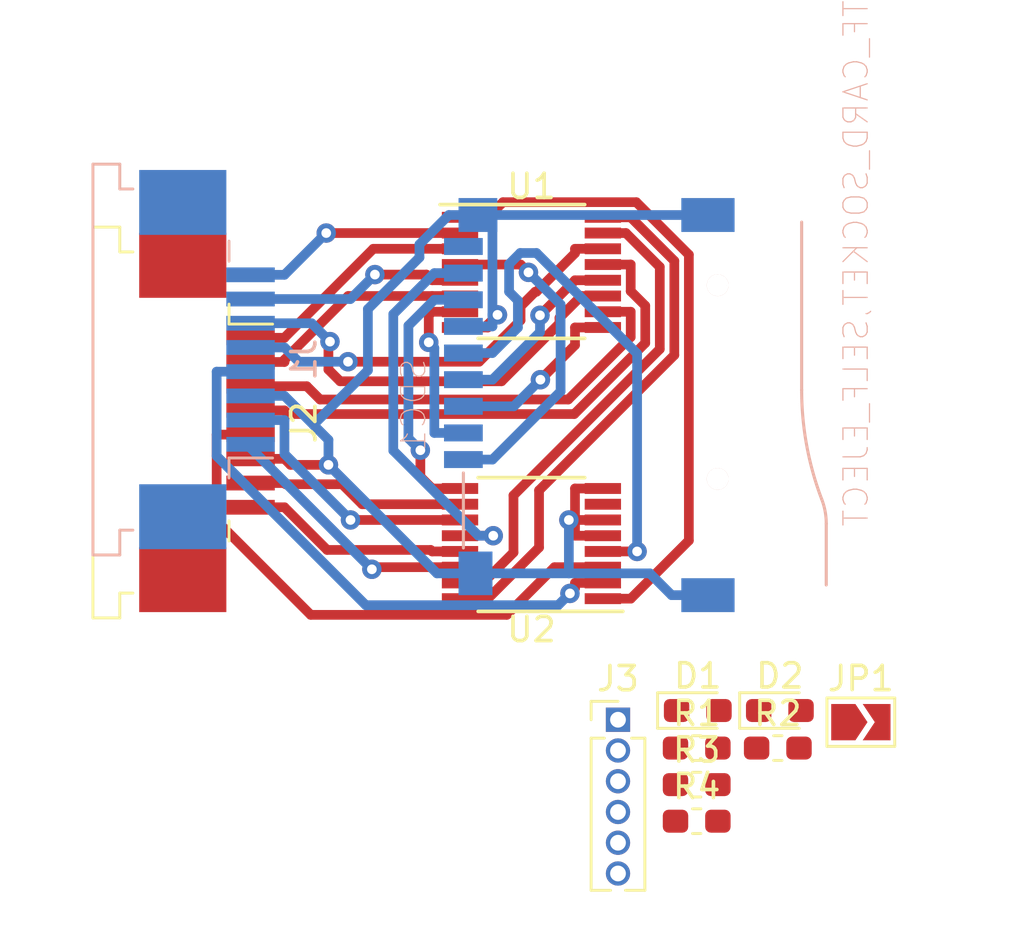
<source format=kicad_pcb>
(kicad_pcb (version 20171130) (host pcbnew 5.0.2-bee76a0~70~ubuntu18.04.1)

  (general
    (thickness 1.6)
    (drawings 0)
    (tracks 209)
    (zones 0)
    (modules 13)
    (nets 34)
  )

  (page A4)
  (layers
    (0 F.Cu signal)
    (31 B.Cu signal)
    (32 B.Adhes user)
    (33 F.Adhes user)
    (34 B.Paste user)
    (35 F.Paste user)
    (36 B.SilkS user)
    (37 F.SilkS user)
    (38 B.Mask user)
    (39 F.Mask user)
    (40 Dwgs.User user hide)
    (41 Cmts.User user)
    (42 Eco1.User user)
    (43 Eco2.User user)
    (44 Edge.Cuts user)
    (45 Margin user)
    (46 B.CrtYd user)
    (47 F.CrtYd user)
    (48 B.Fab user)
    (49 F.Fab user)
  )

  (setup
    (last_trace_width 0.4)
    (trace_clearance 0.2)
    (zone_clearance 0.508)
    (zone_45_only no)
    (trace_min 0.2)
    (segment_width 0.2)
    (edge_width 0.15)
    (via_size 0.8)
    (via_drill 0.4)
    (via_min_size 0.4)
    (via_min_drill 0.3)
    (uvia_size 0.3)
    (uvia_drill 0.1)
    (uvias_allowed no)
    (uvia_min_size 0.2)
    (uvia_min_drill 0.1)
    (pcb_text_width 0.3)
    (pcb_text_size 1.5 1.5)
    (mod_edge_width 0.15)
    (mod_text_size 1 1)
    (mod_text_width 0.15)
    (pad_size 1.524 1.524)
    (pad_drill 0.762)
    (pad_to_mask_clearance 0.051)
    (solder_mask_min_width 0.25)
    (aux_axis_origin 0 0)
    (visible_elements FFFFFF7F)
    (pcbplotparams
      (layerselection 0x010fc_ffffffff)
      (usegerberextensions false)
      (usegerberattributes false)
      (usegerberadvancedattributes false)
      (creategerberjobfile false)
      (excludeedgelayer true)
      (linewidth 0.100000)
      (plotframeref false)
      (viasonmask false)
      (mode 1)
      (useauxorigin false)
      (hpglpennumber 1)
      (hpglpenspeed 20)
      (hpglpendiameter 15.000000)
      (psnegative false)
      (psa4output false)
      (plotreference true)
      (plotvalue true)
      (plotinvisibletext false)
      (padsonsilk false)
      (subtractmaskfromsilk false)
      (outputformat 1)
      (mirror false)
      (drillshape 1)
      (scaleselection 1)
      (outputdirectory ""))
  )

  (net 0 "")
  (net 1 /DAT2-Y)
  (net 2 /DAT3-Y)
  (net 3 /CMD-Y)
  (net 4 /VDD-Y)
  (net 5 /CLK-Y)
  (net 6 GND)
  (net 7 /DAT0-Y)
  (net 8 /DAT1-Y)
  (net 9 "Net-(SDC1-Pad9)")
  (net 10 /HOSTSELECT)
  (net 11 "Net-(D1-Pad2)")
  (net 12 VCC)
  (net 13 /OE)
  (net 14 /DAT1-A)
  (net 15 /DAT1-B)
  (net 16 /DAT0-A)
  (net 17 /DAT0-B)
  (net 18 /CLK-B)
  (net 19 /CLK-A)
  (net 20 /DAT3-A)
  (net 21 /DAT3-B)
  (net 22 /DAT2-A)
  (net 23 /DAT2-B)
  (net 24 /CMD-B)
  (net 25 /CMD-A)
  (net 26 /VDD-B)
  (net 27 /VDD-A)
  (net 28 +5V)
  (net 29 "Net-(D2-Pad2)")
  (net 30 "Net-(J3-Pad4)")
  (net 31 "Net-(J3-Pad5)")
  (net 32 "Net-(J3-Pad6)")
  (net 33 "Net-(U2-Pad7)")

  (net_class Default "This is the default net class."
    (clearance 0.2)
    (trace_width 0.4)
    (via_dia 0.8)
    (via_drill 0.4)
    (uvia_dia 0.3)
    (uvia_drill 0.1)
    (add_net /CLK-A)
    (add_net /CLK-B)
    (add_net /CLK-Y)
    (add_net /CMD-A)
    (add_net /CMD-B)
    (add_net /CMD-Y)
    (add_net /DAT0-A)
    (add_net /DAT0-B)
    (add_net /DAT0-Y)
    (add_net /DAT1-A)
    (add_net /DAT1-B)
    (add_net /DAT1-Y)
    (add_net /DAT2-A)
    (add_net /DAT2-B)
    (add_net /DAT2-Y)
    (add_net /DAT3-A)
    (add_net /DAT3-B)
    (add_net /DAT3-Y)
    (add_net /HOSTSELECT)
    (add_net /OE)
    (add_net /VDD-A)
    (add_net /VDD-B)
    (add_net /VDD-Y)
    (add_net GND)
    (add_net "Net-(D1-Pad2)")
    (add_net "Net-(D2-Pad2)")
    (add_net "Net-(J3-Pad4)")
    (add_net "Net-(J3-Pad5)")
    (add_net "Net-(J3-Pad6)")
    (add_net "Net-(SDC1-Pad9)")
    (add_net "Net-(U2-Pad7)")
  )

  (net_class .75 ""
    (clearance 0.2)
    (trace_width 0.4)
    (via_dia 0.8)
    (via_drill 0.4)
    (uvia_dia 0.3)
    (uvia_drill 0.1)
    (add_net +5V)
    (add_net VCC)
  )

  (module Connector_FFC-FPC:TE_84952-8_1x08-1MP_P1.0mm_Horizontal (layer F.Cu) (tedit 5AEE14E3) (tstamp 5C18745E)
    (at 57.6 32 270)
    (descr "TE FPC connector, 08 bottom-side contacts, 1.0mm pitch, 1.0mm height, SMT, http://www.te.com/commerce/DocumentDelivery/DDEController?Action=srchrtrv&DocNm=84952&DocType=Customer+Drawing&DocLang=English&DocFormat=pdf&PartCntxt=84952-4")
    (tags "te fpc 84952")
    (path /5C144617)
    (attr smd)
    (fp_text reference J2 (at 0 -4 270) (layer F.SilkS)
      (effects (font (size 1 1) (thickness 0.15)))
    )
    (fp_text value TO_PC (at 0 7.7 270) (layer F.Fab)
      (effects (font (size 1 1) (thickness 0.15)))
    )
    (fp_text user %R (at 0 1.9 270) (layer F.Fab)
      (effects (font (size 1 1) (thickness 0.15)))
    )
    (fp_line (start 8.46 -3.3) (end -8.46 -3.3) (layer F.CrtYd) (width 0.05))
    (fp_line (start 8.46 7) (end 8.46 -3.3) (layer F.CrtYd) (width 0.05))
    (fp_line (start -8.46 7) (end 8.46 7) (layer F.CrtYd) (width 0.05))
    (fp_line (start -8.46 -3.3) (end -8.46 7) (layer F.CrtYd) (width 0.05))
    (fp_line (start 4.065 -0.91) (end 4.89 -0.91) (layer F.SilkS) (width 0.12))
    (fp_line (start -4.065 -0.91) (end -4.065 -2.71) (layer F.SilkS) (width 0.12))
    (fp_line (start -4.89 -0.91) (end -4.065 -0.91) (layer F.SilkS) (width 0.12))
    (fp_line (start -7.045 3.6) (end -7.045 3.06) (layer F.SilkS) (width 0.12))
    (fp_line (start -8.07 3.6) (end -7.045 3.6) (layer F.SilkS) (width 0.12))
    (fp_line (start -8.07 4.71) (end -8.07 3.6) (layer F.SilkS) (width 0.12))
    (fp_line (start 8.07 4.71) (end -8.07 4.71) (layer F.SilkS) (width 0.12))
    (fp_line (start 8.07 3.6) (end 8.07 4.71) (layer F.SilkS) (width 0.12))
    (fp_line (start 7.045 3.6) (end 8.07 3.6) (layer F.SilkS) (width 0.12))
    (fp_line (start 7.045 3.06) (end 7.045 3.6) (layer F.SilkS) (width 0.12))
    (fp_line (start -6.935 5.61) (end -6.935 4.6) (layer F.Fab) (width 0.1))
    (fp_line (start -7.96 5.61) (end -6.935 5.61) (layer F.Fab) (width 0.1))
    (fp_line (start -7.96 6.5) (end -7.96 5.61) (layer F.Fab) (width 0.1))
    (fp_line (start 7.96 6.5) (end -7.96 6.5) (layer F.Fab) (width 0.1))
    (fp_line (start 7.96 5.61) (end 7.96 6.5) (layer F.Fab) (width 0.1))
    (fp_line (start 6.935 5.61) (end 7.96 5.61) (layer F.Fab) (width 0.1))
    (fp_line (start 6.935 4.6) (end 6.935 5.61) (layer F.Fab) (width 0.1))
    (fp_line (start -3.5 0.2) (end -3 -0.8) (layer F.Fab) (width 0.1))
    (fp_line (start -4 -0.8) (end -3.5 0.2) (layer F.Fab) (width 0.1))
    (fp_line (start -6.935 3.71) (end -6.935 -0.8) (layer F.Fab) (width 0.1))
    (fp_line (start -7.96 3.71) (end -6.935 3.71) (layer F.Fab) (width 0.1))
    (fp_line (start -7.96 4.6) (end -7.96 3.71) (layer F.Fab) (width 0.1))
    (fp_line (start 7.96 4.6) (end -7.96 4.6) (layer F.Fab) (width 0.1))
    (fp_line (start 7.96 3.71) (end 7.96 4.6) (layer F.Fab) (width 0.1))
    (fp_line (start 6.935 3.71) (end 7.96 3.71) (layer F.Fab) (width 0.1))
    (fp_line (start 6.935 -0.8) (end 6.935 3.71) (layer F.Fab) (width 0.1))
    (fp_line (start -6.935 -0.8) (end 6.935 -0.8) (layer F.Fab) (width 0.1))
    (pad MP smd rect (at 6.49 1 270) (size 2.68 3.6) (layers F.Cu F.Paste F.Mask))
    (pad MP smd rect (at -6.49 1 270) (size 2.68 3.6) (layers F.Cu F.Paste F.Mask))
    (pad 8 smd rect (at 3.5 -1.8 270) (size 0.61 2) (layers F.Cu F.Paste F.Mask)
      (net 15 /DAT1-B))
    (pad 7 smd rect (at 2.5 -1.8 270) (size 0.61 2) (layers F.Cu F.Paste F.Mask)
      (net 17 /DAT0-B))
    (pad 6 smd rect (at 1.5 -1.8 270) (size 0.61 2) (layers F.Cu F.Paste F.Mask)
      (net 6 GND))
    (pad 5 smd rect (at 0.5 -1.8 270) (size 0.61 2) (layers F.Cu F.Paste F.Mask)
      (net 18 /CLK-B))
    (pad 4 smd rect (at -0.5 -1.8 270) (size 0.61 2) (layers F.Cu F.Paste F.Mask)
      (net 26 /VDD-B))
    (pad 3 smd rect (at -1.5 -1.8 270) (size 0.61 2) (layers F.Cu F.Paste F.Mask)
      (net 24 /CMD-B))
    (pad 2 smd rect (at -2.5 -1.8 270) (size 0.61 2) (layers F.Cu F.Paste F.Mask)
      (net 21 /DAT3-B))
    (pad 1 smd rect (at -3.5 -1.8 270) (size 0.61 2) (layers F.Cu F.Paste F.Mask)
      (net 23 /DAT2-B))
    (model ${KISYS3DMOD}/Connector_FFC-FPC.3dshapes/TE_84952-8_1x08-1MP_P1.0mm_Horizontal.wrl
      (at (xyz 0 0 0))
      (scale (xyz 1 1 1))
      (rotate (xyz 0 0 0))
    )
  )

  (module Connector_FFC-FPC:TE_84952-8_1x08-1MP_P1.0mm_Horizontal (layer B.Cu) (tedit 5AEE14E3) (tstamp 5C187360)
    (at 57.6 29.4 90)
    (descr "TE FPC connector, 08 bottom-side contacts, 1.0mm pitch, 1.0mm height, SMT, http://www.te.com/commerce/DocumentDelivery/DDEController?Action=srchrtrv&DocNm=84952&DocType=Customer+Drawing&DocLang=English&DocFormat=pdf&PartCntxt=84952-4")
    (tags "te fpc 84952")
    (path /5C144389)
    (attr smd)
    (fp_text reference J1 (at 0 4 90) (layer B.SilkS)
      (effects (font (size 1 1) (thickness 0.15)) (justify mirror))
    )
    (fp_text value TO_DUT (at 0 -7.7 90) (layer B.Fab)
      (effects (font (size 1 1) (thickness 0.15)) (justify mirror))
    )
    (fp_text user %R (at 0 -1.9 90) (layer B.Fab)
      (effects (font (size 1 1) (thickness 0.15)) (justify mirror))
    )
    (fp_line (start 8.46 3.3) (end -8.46 3.3) (layer B.CrtYd) (width 0.05))
    (fp_line (start 8.46 -7) (end 8.46 3.3) (layer B.CrtYd) (width 0.05))
    (fp_line (start -8.46 -7) (end 8.46 -7) (layer B.CrtYd) (width 0.05))
    (fp_line (start -8.46 3.3) (end -8.46 -7) (layer B.CrtYd) (width 0.05))
    (fp_line (start 4.065 0.91) (end 4.89 0.91) (layer B.SilkS) (width 0.12))
    (fp_line (start -4.065 0.91) (end -4.065 2.71) (layer B.SilkS) (width 0.12))
    (fp_line (start -4.89 0.91) (end -4.065 0.91) (layer B.SilkS) (width 0.12))
    (fp_line (start -7.045 -3.6) (end -7.045 -3.06) (layer B.SilkS) (width 0.12))
    (fp_line (start -8.07 -3.6) (end -7.045 -3.6) (layer B.SilkS) (width 0.12))
    (fp_line (start -8.07 -4.71) (end -8.07 -3.6) (layer B.SilkS) (width 0.12))
    (fp_line (start 8.07 -4.71) (end -8.07 -4.71) (layer B.SilkS) (width 0.12))
    (fp_line (start 8.07 -3.6) (end 8.07 -4.71) (layer B.SilkS) (width 0.12))
    (fp_line (start 7.045 -3.6) (end 8.07 -3.6) (layer B.SilkS) (width 0.12))
    (fp_line (start 7.045 -3.06) (end 7.045 -3.6) (layer B.SilkS) (width 0.12))
    (fp_line (start -6.935 -5.61) (end -6.935 -4.6) (layer B.Fab) (width 0.1))
    (fp_line (start -7.96 -5.61) (end -6.935 -5.61) (layer B.Fab) (width 0.1))
    (fp_line (start -7.96 -6.5) (end -7.96 -5.61) (layer B.Fab) (width 0.1))
    (fp_line (start 7.96 -6.5) (end -7.96 -6.5) (layer B.Fab) (width 0.1))
    (fp_line (start 7.96 -5.61) (end 7.96 -6.5) (layer B.Fab) (width 0.1))
    (fp_line (start 6.935 -5.61) (end 7.96 -5.61) (layer B.Fab) (width 0.1))
    (fp_line (start 6.935 -4.6) (end 6.935 -5.61) (layer B.Fab) (width 0.1))
    (fp_line (start -3.5 -0.2) (end -3 0.8) (layer B.Fab) (width 0.1))
    (fp_line (start -4 0.8) (end -3.5 -0.2) (layer B.Fab) (width 0.1))
    (fp_line (start -6.935 -3.71) (end -6.935 0.8) (layer B.Fab) (width 0.1))
    (fp_line (start -7.96 -3.71) (end -6.935 -3.71) (layer B.Fab) (width 0.1))
    (fp_line (start -7.96 -4.6) (end -7.96 -3.71) (layer B.Fab) (width 0.1))
    (fp_line (start 7.96 -4.6) (end -7.96 -4.6) (layer B.Fab) (width 0.1))
    (fp_line (start 7.96 -3.71) (end 7.96 -4.6) (layer B.Fab) (width 0.1))
    (fp_line (start 6.935 -3.71) (end 7.96 -3.71) (layer B.Fab) (width 0.1))
    (fp_line (start 6.935 0.8) (end 6.935 -3.71) (layer B.Fab) (width 0.1))
    (fp_line (start -6.935 0.8) (end 6.935 0.8) (layer B.Fab) (width 0.1))
    (pad MP smd rect (at 6.49 -1 90) (size 2.68 3.6) (layers B.Cu B.Paste B.Mask))
    (pad MP smd rect (at -6.49 -1 90) (size 2.68 3.6) (layers B.Cu B.Paste B.Mask))
    (pad 8 smd rect (at 3.5 1.8 90) (size 0.61 2) (layers B.Cu B.Paste B.Mask)
      (net 22 /DAT2-A))
    (pad 7 smd rect (at 2.5 1.8 90) (size 0.61 2) (layers B.Cu B.Paste B.Mask)
      (net 20 /DAT3-A))
    (pad 6 smd rect (at 1.5 1.8 90) (size 0.61 2) (layers B.Cu B.Paste B.Mask)
      (net 25 /CMD-A))
    (pad 5 smd rect (at 0.5 1.8 90) (size 0.61 2) (layers B.Cu B.Paste B.Mask)
      (net 27 /VDD-A))
    (pad 4 smd rect (at -0.5 1.8 90) (size 0.61 2) (layers B.Cu B.Paste B.Mask)
      (net 19 /CLK-A))
    (pad 3 smd rect (at -1.5 1.8 90) (size 0.61 2) (layers B.Cu B.Paste B.Mask)
      (net 6 GND))
    (pad 2 smd rect (at -2.5 1.8 90) (size 0.61 2) (layers B.Cu B.Paste B.Mask)
      (net 16 /DAT0-A))
    (pad 1 smd rect (at -3.5 1.8 90) (size 0.61 2) (layers B.Cu B.Paste B.Mask)
      (net 14 /DAT1-A))
    (model ${KISYS3DMOD}/Connector_FFC-FPC.3dshapes/TE_84952-8_1x08-1MP_P1.0mm_Horizontal.wrl
      (at (xyz 0 0 0))
      (scale (xyz 1 1 1))
      (rotate (xyz 0 0 0))
    )
  )

  (module Connector_PinHeader_1.27mm:PinHeader_1x06_P1.27mm_Vertical (layer F.Cu) (tedit 59FED6E3) (tstamp 5C187041)
    (at 74.575001 44.275001)
    (descr "Through hole straight pin header, 1x06, 1.27mm pitch, single row")
    (tags "Through hole pin header THT 1x06 1.27mm single row")
    (path /5C14BC23)
    (fp_text reference J3 (at 0 -1.695) (layer F.SilkS)
      (effects (font (size 1 1) (thickness 0.15)))
    )
    (fp_text value Conn_01x06 (at 0 8.045) (layer F.Fab)
      (effects (font (size 1 1) (thickness 0.15)))
    )
    (fp_line (start -0.525 -0.635) (end 1.05 -0.635) (layer F.Fab) (width 0.1))
    (fp_line (start 1.05 -0.635) (end 1.05 6.985) (layer F.Fab) (width 0.1))
    (fp_line (start 1.05 6.985) (end -1.05 6.985) (layer F.Fab) (width 0.1))
    (fp_line (start -1.05 6.985) (end -1.05 -0.11) (layer F.Fab) (width 0.1))
    (fp_line (start -1.05 -0.11) (end -0.525 -0.635) (layer F.Fab) (width 0.1))
    (fp_line (start -1.11 7.045) (end -0.30753 7.045) (layer F.SilkS) (width 0.12))
    (fp_line (start 0.30753 7.045) (end 1.11 7.045) (layer F.SilkS) (width 0.12))
    (fp_line (start -1.11 0.76) (end -1.11 7.045) (layer F.SilkS) (width 0.12))
    (fp_line (start 1.11 0.76) (end 1.11 7.045) (layer F.SilkS) (width 0.12))
    (fp_line (start -1.11 0.76) (end -0.563471 0.76) (layer F.SilkS) (width 0.12))
    (fp_line (start 0.563471 0.76) (end 1.11 0.76) (layer F.SilkS) (width 0.12))
    (fp_line (start -1.11 0) (end -1.11 -0.76) (layer F.SilkS) (width 0.12))
    (fp_line (start -1.11 -0.76) (end 0 -0.76) (layer F.SilkS) (width 0.12))
    (fp_line (start -1.55 -1.15) (end -1.55 7.5) (layer F.CrtYd) (width 0.05))
    (fp_line (start -1.55 7.5) (end 1.55 7.5) (layer F.CrtYd) (width 0.05))
    (fp_line (start 1.55 7.5) (end 1.55 -1.15) (layer F.CrtYd) (width 0.05))
    (fp_line (start 1.55 -1.15) (end -1.55 -1.15) (layer F.CrtYd) (width 0.05))
    (fp_text user %R (at 0 3.175 90) (layer F.Fab)
      (effects (font (size 1 1) (thickness 0.15)))
    )
    (pad 1 thru_hole rect (at 0 0) (size 1 1) (drill 0.65) (layers *.Cu *.Mask)
      (net 6 GND))
    (pad 2 thru_hole oval (at 0 1.27) (size 1 1) (drill 0.65) (layers *.Cu *.Mask)
      (net 10 /HOSTSELECT))
    (pad 3 thru_hole oval (at 0 2.54) (size 1 1) (drill 0.65) (layers *.Cu *.Mask)
      (net 12 VCC))
    (pad 4 thru_hole oval (at 0 3.81) (size 1 1) (drill 0.65) (layers *.Cu *.Mask)
      (net 30 "Net-(J3-Pad4)"))
    (pad 5 thru_hole oval (at 0 5.08) (size 1 1) (drill 0.65) (layers *.Cu *.Mask)
      (net 31 "Net-(J3-Pad5)"))
    (pad 6 thru_hole oval (at 0 6.35) (size 1 1) (drill 0.65) (layers *.Cu *.Mask)
      (net 32 "Net-(J3-Pad6)"))
    (model ${KISYS3DMOD}/Connector_PinHeader_1.27mm.3dshapes/PinHeader_1x06_P1.27mm_Vertical.wrl
      (at (xyz 0 0 0))
      (scale (xyz 1 1 1))
      (rotate (xyz 0 0 0))
    )
  )

  (module Jumper:SolderJumper-2_P1.3mm_Open_TrianglePad1.0x1.5mm (layer F.Cu) (tedit 5A64794F) (tstamp 5C187025)
    (at 84.605001 44.375001)
    (descr "SMD Solder Jumper, 1x1.5mm Triangular Pads, 0.3mm gap, open")
    (tags "solder jumper open")
    (path /5C165D90)
    (attr virtual)
    (fp_text reference JP1 (at 0 -1.8) (layer F.SilkS)
      (effects (font (size 1 1) (thickness 0.15)))
    )
    (fp_text value Jumper_NO_Small (at 0 1.9) (layer F.Fab)
      (effects (font (size 1 1) (thickness 0.15)))
    )
    (fp_line (start -1.4 1) (end -1.4 -1) (layer F.SilkS) (width 0.12))
    (fp_line (start 1.4 1) (end -1.4 1) (layer F.SilkS) (width 0.12))
    (fp_line (start 1.4 -1) (end 1.4 1) (layer F.SilkS) (width 0.12))
    (fp_line (start -1.4 -1) (end 1.4 -1) (layer F.SilkS) (width 0.12))
    (fp_line (start -1.65 -1.25) (end 1.65 -1.25) (layer F.CrtYd) (width 0.05))
    (fp_line (start -1.65 -1.25) (end -1.65 1.25) (layer F.CrtYd) (width 0.05))
    (fp_line (start 1.65 1.25) (end 1.65 -1.25) (layer F.CrtYd) (width 0.05))
    (fp_line (start 1.65 1.25) (end -1.65 1.25) (layer F.CrtYd) (width 0.05))
    (pad 2 smd custom (at 0.725 0) (size 0.3 0.3) (layers F.Cu F.Mask)
      (net 12 VCC) (zone_connect 0)
      (options (clearance outline) (anchor rect))
      (primitives
        (gr_poly (pts
           (xy -0.65 -0.75) (xy 0.5 -0.75) (xy 0.5 0.75) (xy -0.65 0.75) (xy -0.15 0)
) (width 0))
      ))
    (pad 1 smd custom (at -0.725 0) (size 0.3 0.3) (layers F.Cu F.Mask)
      (net 28 +5V) (zone_connect 0)
      (options (clearance outline) (anchor rect))
      (primitives
        (gr_poly (pts
           (xy -0.5 -0.75) (xy 0.5 -0.75) (xy 1 0) (xy 0.5 0.75) (xy -0.5 0.75)
) (width 0))
      ))
  )

  (module LED_SMD:LED_0603_1608Metric_Pad1.05x0.95mm_HandSolder (layer F.Cu) (tedit 5B4B45C9) (tstamp 5C187017)
    (at 81.260001 43.895001)
    (descr "LED SMD 0603 (1608 Metric), square (rectangular) end terminal, IPC_7351 nominal, (Body size source: http://www.tortai-tech.com/upload/download/2011102023233369053.pdf), generated with kicad-footprint-generator")
    (tags "LED handsolder")
    (path /5C158A7C)
    (attr smd)
    (fp_text reference D2 (at 0 -1.43) (layer F.SilkS)
      (effects (font (size 1 1) (thickness 0.15)))
    )
    (fp_text value LED_GREEN,0603 (at 0 1.43) (layer F.Fab)
      (effects (font (size 1 1) (thickness 0.15)))
    )
    (fp_text user %R (at 0 0) (layer F.Fab)
      (effects (font (size 0.4 0.4) (thickness 0.06)))
    )
    (fp_line (start 1.65 0.73) (end -1.65 0.73) (layer F.CrtYd) (width 0.05))
    (fp_line (start 1.65 -0.73) (end 1.65 0.73) (layer F.CrtYd) (width 0.05))
    (fp_line (start -1.65 -0.73) (end 1.65 -0.73) (layer F.CrtYd) (width 0.05))
    (fp_line (start -1.65 0.73) (end -1.65 -0.73) (layer F.CrtYd) (width 0.05))
    (fp_line (start -1.66 0.735) (end 0.8 0.735) (layer F.SilkS) (width 0.12))
    (fp_line (start -1.66 -0.735) (end -1.66 0.735) (layer F.SilkS) (width 0.12))
    (fp_line (start 0.8 -0.735) (end -1.66 -0.735) (layer F.SilkS) (width 0.12))
    (fp_line (start 0.8 0.4) (end 0.8 -0.4) (layer F.Fab) (width 0.1))
    (fp_line (start -0.8 0.4) (end 0.8 0.4) (layer F.Fab) (width 0.1))
    (fp_line (start -0.8 -0.1) (end -0.8 0.4) (layer F.Fab) (width 0.1))
    (fp_line (start -0.5 -0.4) (end -0.8 -0.1) (layer F.Fab) (width 0.1))
    (fp_line (start 0.8 -0.4) (end -0.5 -0.4) (layer F.Fab) (width 0.1))
    (pad 2 smd roundrect (at 0.875 0) (size 1.05 0.95) (layers F.Cu F.Paste F.Mask) (roundrect_rratio 0.25)
      (net 29 "Net-(D2-Pad2)"))
    (pad 1 smd roundrect (at -0.875 0) (size 1.05 0.95) (layers F.Cu F.Paste F.Mask) (roundrect_rratio 0.25)
      (net 6 GND))
    (model ${KISYS3DMOD}/LED_SMD.3dshapes/LED_0603_1608Metric.wrl
      (at (xyz 0 0 0))
      (scale (xyz 1 1 1))
      (rotate (xyz 0 0 0))
    )
  )

  (module LED_SMD:LED_0603_1608Metric_Pad1.05x0.95mm_HandSolder (layer F.Cu) (tedit 5B4B45C9) (tstamp 5C187004)
    (at 77.870001 43.895001)
    (descr "LED SMD 0603 (1608 Metric), square (rectangular) end terminal, IPC_7351 nominal, (Body size source: http://www.tortai-tech.com/upload/download/2011102023233369053.pdf), generated with kicad-footprint-generator")
    (tags "LED handsolder")
    (path /5C15D69B)
    (attr smd)
    (fp_text reference D1 (at 0 -1.43) (layer F.SilkS)
      (effects (font (size 1 1) (thickness 0.15)))
    )
    (fp_text value LED_ORANGE,0603 (at 0 1.43) (layer F.Fab)
      (effects (font (size 1 1) (thickness 0.15)))
    )
    (fp_line (start 0.8 -0.4) (end -0.5 -0.4) (layer F.Fab) (width 0.1))
    (fp_line (start -0.5 -0.4) (end -0.8 -0.1) (layer F.Fab) (width 0.1))
    (fp_line (start -0.8 -0.1) (end -0.8 0.4) (layer F.Fab) (width 0.1))
    (fp_line (start -0.8 0.4) (end 0.8 0.4) (layer F.Fab) (width 0.1))
    (fp_line (start 0.8 0.4) (end 0.8 -0.4) (layer F.Fab) (width 0.1))
    (fp_line (start 0.8 -0.735) (end -1.66 -0.735) (layer F.SilkS) (width 0.12))
    (fp_line (start -1.66 -0.735) (end -1.66 0.735) (layer F.SilkS) (width 0.12))
    (fp_line (start -1.66 0.735) (end 0.8 0.735) (layer F.SilkS) (width 0.12))
    (fp_line (start -1.65 0.73) (end -1.65 -0.73) (layer F.CrtYd) (width 0.05))
    (fp_line (start -1.65 -0.73) (end 1.65 -0.73) (layer F.CrtYd) (width 0.05))
    (fp_line (start 1.65 -0.73) (end 1.65 0.73) (layer F.CrtYd) (width 0.05))
    (fp_line (start 1.65 0.73) (end -1.65 0.73) (layer F.CrtYd) (width 0.05))
    (fp_text user %R (at 0 0) (layer F.Fab)
      (effects (font (size 0.4 0.4) (thickness 0.06)))
    )
    (pad 1 smd roundrect (at -0.875 0) (size 1.05 0.95) (layers F.Cu F.Paste F.Mask) (roundrect_rratio 0.25)
      (net 6 GND))
    (pad 2 smd roundrect (at 0.875 0) (size 1.05 0.95) (layers F.Cu F.Paste F.Mask) (roundrect_rratio 0.25)
      (net 11 "Net-(D1-Pad2)"))
    (model ${KISYS3DMOD}/LED_SMD.3dshapes/LED_0603_1608Metric.wrl
      (at (xyz 0 0 0))
      (scale (xyz 1 1 1))
      (rotate (xyz 0 0 0))
    )
  )

  (module Resistor_SMD:R_0603_1608Metric_Pad1.05x0.95mm_HandSolder (layer F.Cu) (tedit 5B301BBD) (tstamp 5C186F75)
    (at 77.825001 48.465001)
    (descr "Resistor SMD 0603 (1608 Metric), square (rectangular) end terminal, IPC_7351 nominal with elongated pad for handsoldering. (Body size source: http://www.tortai-tech.com/upload/download/2011102023233369053.pdf), generated with kicad-footprint-generator")
    (tags "resistor handsolder")
    (path /5C150B45)
    (attr smd)
    (fp_text reference R4 (at 0 -1.43) (layer F.SilkS)
      (effects (font (size 1 1) (thickness 0.15)))
    )
    (fp_text value R103,0603 (at 0 1.43) (layer F.Fab)
      (effects (font (size 1 1) (thickness 0.15)))
    )
    (fp_text user %R (at 0 0) (layer F.Fab)
      (effects (font (size 0.4 0.4) (thickness 0.06)))
    )
    (fp_line (start 1.65 0.73) (end -1.65 0.73) (layer F.CrtYd) (width 0.05))
    (fp_line (start 1.65 -0.73) (end 1.65 0.73) (layer F.CrtYd) (width 0.05))
    (fp_line (start -1.65 -0.73) (end 1.65 -0.73) (layer F.CrtYd) (width 0.05))
    (fp_line (start -1.65 0.73) (end -1.65 -0.73) (layer F.CrtYd) (width 0.05))
    (fp_line (start -0.171267 0.51) (end 0.171267 0.51) (layer F.SilkS) (width 0.12))
    (fp_line (start -0.171267 -0.51) (end 0.171267 -0.51) (layer F.SilkS) (width 0.12))
    (fp_line (start 0.8 0.4) (end -0.8 0.4) (layer F.Fab) (width 0.1))
    (fp_line (start 0.8 -0.4) (end 0.8 0.4) (layer F.Fab) (width 0.1))
    (fp_line (start -0.8 -0.4) (end 0.8 -0.4) (layer F.Fab) (width 0.1))
    (fp_line (start -0.8 0.4) (end -0.8 -0.4) (layer F.Fab) (width 0.1))
    (pad 2 smd roundrect (at 0.875 0) (size 1.05 0.95) (layers F.Cu F.Paste F.Mask) (roundrect_rratio 0.25)
      (net 13 /OE))
    (pad 1 smd roundrect (at -0.875 0) (size 1.05 0.95) (layers F.Cu F.Paste F.Mask) (roundrect_rratio 0.25)
      (net 6 GND))
    (model ${KISYS3DMOD}/Resistor_SMD.3dshapes/R_0603_1608Metric.wrl
      (at (xyz 0 0 0))
      (scale (xyz 1 1 1))
      (rotate (xyz 0 0 0))
    )
  )

  (module Resistor_SMD:R_0603_1608Metric_Pad1.05x0.95mm_HandSolder (layer F.Cu) (tedit 5B301BBD) (tstamp 5C186F64)
    (at 77.825001 46.955001)
    (descr "Resistor SMD 0603 (1608 Metric), square (rectangular) end terminal, IPC_7351 nominal with elongated pad for handsoldering. (Body size source: http://www.tortai-tech.com/upload/download/2011102023233369053.pdf), generated with kicad-footprint-generator")
    (tags "resistor handsolder")
    (path /5C150B0B)
    (attr smd)
    (fp_text reference R3 (at 0 -1.43) (layer F.SilkS)
      (effects (font (size 1 1) (thickness 0.15)))
    )
    (fp_text value R103,0603 (at 0 1.43) (layer F.Fab)
      (effects (font (size 1 1) (thickness 0.15)))
    )
    (fp_line (start -0.8 0.4) (end -0.8 -0.4) (layer F.Fab) (width 0.1))
    (fp_line (start -0.8 -0.4) (end 0.8 -0.4) (layer F.Fab) (width 0.1))
    (fp_line (start 0.8 -0.4) (end 0.8 0.4) (layer F.Fab) (width 0.1))
    (fp_line (start 0.8 0.4) (end -0.8 0.4) (layer F.Fab) (width 0.1))
    (fp_line (start -0.171267 -0.51) (end 0.171267 -0.51) (layer F.SilkS) (width 0.12))
    (fp_line (start -0.171267 0.51) (end 0.171267 0.51) (layer F.SilkS) (width 0.12))
    (fp_line (start -1.65 0.73) (end -1.65 -0.73) (layer F.CrtYd) (width 0.05))
    (fp_line (start -1.65 -0.73) (end 1.65 -0.73) (layer F.CrtYd) (width 0.05))
    (fp_line (start 1.65 -0.73) (end 1.65 0.73) (layer F.CrtYd) (width 0.05))
    (fp_line (start 1.65 0.73) (end -1.65 0.73) (layer F.CrtYd) (width 0.05))
    (fp_text user %R (at 0 0) (layer F.Fab)
      (effects (font (size 0.4 0.4) (thickness 0.06)))
    )
    (pad 1 smd roundrect (at -0.875 0) (size 1.05 0.95) (layers F.Cu F.Paste F.Mask) (roundrect_rratio 0.25)
      (net 10 /HOSTSELECT))
    (pad 2 smd roundrect (at 0.875 0) (size 1.05 0.95) (layers F.Cu F.Paste F.Mask) (roundrect_rratio 0.25)
      (net 6 GND))
    (model ${KISYS3DMOD}/Resistor_SMD.3dshapes/R_0603_1608Metric.wrl
      (at (xyz 0 0 0))
      (scale (xyz 1 1 1))
      (rotate (xyz 0 0 0))
    )
  )

  (module Resistor_SMD:R_0603_1608Metric_Pad1.05x0.95mm_HandSolder (layer F.Cu) (tedit 5B301BBD) (tstamp 5C186F53)
    (at 81.175001 45.445001)
    (descr "Resistor SMD 0603 (1608 Metric), square (rectangular) end terminal, IPC_7351 nominal with elongated pad for handsoldering. (Body size source: http://www.tortai-tech.com/upload/download/2011102023233369053.pdf), generated with kicad-footprint-generator")
    (tags "resistor handsolder")
    (path /5C158909)
    (attr smd)
    (fp_text reference R2 (at 0 -1.43) (layer F.SilkS)
      (effects (font (size 1 1) (thickness 0.15)))
    )
    (fp_text value R102,0603 (at 0 1.43) (layer F.Fab)
      (effects (font (size 1 1) (thickness 0.15)))
    )
    (fp_text user %R (at 0 0) (layer F.Fab)
      (effects (font (size 0.4 0.4) (thickness 0.06)))
    )
    (fp_line (start 1.65 0.73) (end -1.65 0.73) (layer F.CrtYd) (width 0.05))
    (fp_line (start 1.65 -0.73) (end 1.65 0.73) (layer F.CrtYd) (width 0.05))
    (fp_line (start -1.65 -0.73) (end 1.65 -0.73) (layer F.CrtYd) (width 0.05))
    (fp_line (start -1.65 0.73) (end -1.65 -0.73) (layer F.CrtYd) (width 0.05))
    (fp_line (start -0.171267 0.51) (end 0.171267 0.51) (layer F.SilkS) (width 0.12))
    (fp_line (start -0.171267 -0.51) (end 0.171267 -0.51) (layer F.SilkS) (width 0.12))
    (fp_line (start 0.8 0.4) (end -0.8 0.4) (layer F.Fab) (width 0.1))
    (fp_line (start 0.8 -0.4) (end 0.8 0.4) (layer F.Fab) (width 0.1))
    (fp_line (start -0.8 -0.4) (end 0.8 -0.4) (layer F.Fab) (width 0.1))
    (fp_line (start -0.8 0.4) (end -0.8 -0.4) (layer F.Fab) (width 0.1))
    (pad 2 smd roundrect (at 0.875 0) (size 1.05 0.95) (layers F.Cu F.Paste F.Mask) (roundrect_rratio 0.25)
      (net 29 "Net-(D2-Pad2)"))
    (pad 1 smd roundrect (at -0.875 0) (size 1.05 0.95) (layers F.Cu F.Paste F.Mask) (roundrect_rratio 0.25)
      (net 12 VCC))
    (model ${KISYS3DMOD}/Resistor_SMD.3dshapes/R_0603_1608Metric.wrl
      (at (xyz 0 0 0))
      (scale (xyz 1 1 1))
      (rotate (xyz 0 0 0))
    )
  )

  (module Resistor_SMD:R_0603_1608Metric_Pad1.05x0.95mm_HandSolder (layer F.Cu) (tedit 5B301BBD) (tstamp 5C186F42)
    (at 77.825001 45.445001)
    (descr "Resistor SMD 0603 (1608 Metric), square (rectangular) end terminal, IPC_7351 nominal with elongated pad for handsoldering. (Body size source: http://www.tortai-tech.com/upload/download/2011102023233369053.pdf), generated with kicad-footprint-generator")
    (tags "resistor handsolder")
    (path /5C15D494)
    (attr smd)
    (fp_text reference R1 (at 0 -1.43) (layer F.SilkS)
      (effects (font (size 1 1) (thickness 0.15)))
    )
    (fp_text value R102,0603 (at 0 1.43) (layer F.Fab)
      (effects (font (size 1 1) (thickness 0.15)))
    )
    (fp_line (start -0.8 0.4) (end -0.8 -0.4) (layer F.Fab) (width 0.1))
    (fp_line (start -0.8 -0.4) (end 0.8 -0.4) (layer F.Fab) (width 0.1))
    (fp_line (start 0.8 -0.4) (end 0.8 0.4) (layer F.Fab) (width 0.1))
    (fp_line (start 0.8 0.4) (end -0.8 0.4) (layer F.Fab) (width 0.1))
    (fp_line (start -0.171267 -0.51) (end 0.171267 -0.51) (layer F.SilkS) (width 0.12))
    (fp_line (start -0.171267 0.51) (end 0.171267 0.51) (layer F.SilkS) (width 0.12))
    (fp_line (start -1.65 0.73) (end -1.65 -0.73) (layer F.CrtYd) (width 0.05))
    (fp_line (start -1.65 -0.73) (end 1.65 -0.73) (layer F.CrtYd) (width 0.05))
    (fp_line (start 1.65 -0.73) (end 1.65 0.73) (layer F.CrtYd) (width 0.05))
    (fp_line (start 1.65 0.73) (end -1.65 0.73) (layer F.CrtYd) (width 0.05))
    (fp_text user %R (at 0 0) (layer F.Fab)
      (effects (font (size 0.4 0.4) (thickness 0.06)))
    )
    (pad 1 smd roundrect (at -0.875 0) (size 1.05 0.95) (layers F.Cu F.Paste F.Mask) (roundrect_rratio 0.25)
      (net 10 /HOSTSELECT))
    (pad 2 smd roundrect (at 0.875 0) (size 1.05 0.95) (layers F.Cu F.Paste F.Mask) (roundrect_rratio 0.25)
      (net 11 "Net-(D1-Pad2)"))
    (model ${KISYS3DMOD}/Resistor_SMD.3dshapes/R_0603_1608Metric.wrl
      (at (xyz 0 0 0))
      (scale (xyz 1 1 1))
      (rotate (xyz 0 0 0))
    )
  )

  (module Package_SO:TSSOP-16_4.4x5mm_P0.65mm (layer F.Cu) (tedit 5A02F25C) (tstamp 5C169948)
    (at 71 37 180)
    (descr "16-Lead Plastic Thin Shrink Small Outline (ST)-4.4 mm Body [TSSOP] (see Microchip Packaging Specification 00000049BS.pdf)")
    (tags "SSOP 0.65")
    (path /5C144034)
    (attr smd)
    (fp_text reference U2 (at 0 -3.55 180) (layer F.SilkS)
      (effects (font (size 1 1) (thickness 0.15)))
    )
    (fp_text value SN74CBT3257D (at 0 3.55 180) (layer F.Fab)
      (effects (font (size 1 1) (thickness 0.15)))
    )
    (fp_text user %R (at 0 0 180) (layer F.Fab)
      (effects (font (size 0.8 0.8) (thickness 0.15)))
    )
    (fp_line (start -3.775 -2.8) (end 2.2 -2.8) (layer F.SilkS) (width 0.15))
    (fp_line (start -2.2 2.725) (end 2.2 2.725) (layer F.SilkS) (width 0.15))
    (fp_line (start -3.95 2.8) (end 3.95 2.8) (layer F.CrtYd) (width 0.05))
    (fp_line (start -3.95 -2.9) (end 3.95 -2.9) (layer F.CrtYd) (width 0.05))
    (fp_line (start 3.95 -2.9) (end 3.95 2.8) (layer F.CrtYd) (width 0.05))
    (fp_line (start -3.95 -2.9) (end -3.95 2.8) (layer F.CrtYd) (width 0.05))
    (fp_line (start -2.2 -1.5) (end -1.2 -2.5) (layer F.Fab) (width 0.15))
    (fp_line (start -2.2 2.5) (end -2.2 -1.5) (layer F.Fab) (width 0.15))
    (fp_line (start 2.2 2.5) (end -2.2 2.5) (layer F.Fab) (width 0.15))
    (fp_line (start 2.2 -2.5) (end 2.2 2.5) (layer F.Fab) (width 0.15))
    (fp_line (start -1.2 -2.5) (end 2.2 -2.5) (layer F.Fab) (width 0.15))
    (pad 16 smd rect (at 2.95 -2.275 180) (size 1.5 0.45) (layers F.Cu F.Paste F.Mask)
      (net 12 VCC))
    (pad 15 smd rect (at 2.95 -1.625 180) (size 1.5 0.45) (layers F.Cu F.Paste F.Mask)
      (net 13 /OE))
    (pad 14 smd rect (at 2.95 -0.975 180) (size 1.5 0.45) (layers F.Cu F.Paste F.Mask)
      (net 14 /DAT1-A))
    (pad 13 smd rect (at 2.95 -0.325 180) (size 1.5 0.45) (layers F.Cu F.Paste F.Mask)
      (net 15 /DAT1-B))
    (pad 12 smd rect (at 2.95 0.325 180) (size 1.5 0.45) (layers F.Cu F.Paste F.Mask)
      (net 8 /DAT1-Y))
    (pad 11 smd rect (at 2.95 0.975 180) (size 1.5 0.45) (layers F.Cu F.Paste F.Mask)
      (net 16 /DAT0-A))
    (pad 10 smd rect (at 2.95 1.625 180) (size 1.5 0.45) (layers F.Cu F.Paste F.Mask)
      (net 17 /DAT0-B))
    (pad 9 smd rect (at 2.95 2.275 180) (size 1.5 0.45) (layers F.Cu F.Paste F.Mask)
      (net 7 /DAT0-Y))
    (pad 8 smd rect (at -2.95 2.275 180) (size 1.5 0.45) (layers F.Cu F.Paste F.Mask)
      (net 6 GND))
    (pad 7 smd rect (at -2.95 1.625 180) (size 1.5 0.45) (layers F.Cu F.Paste F.Mask)
      (net 33 "Net-(U2-Pad7)"))
    (pad 6 smd rect (at -2.95 0.975 180) (size 1.5 0.45) (layers F.Cu F.Paste F.Mask)
      (net 6 GND))
    (pad 5 smd rect (at -2.95 0.325 180) (size 1.5 0.45) (layers F.Cu F.Paste F.Mask)
      (net 6 GND))
    (pad 4 smd rect (at -2.95 -0.325 180) (size 1.5 0.45) (layers F.Cu F.Paste F.Mask)
      (net 5 /CLK-Y))
    (pad 3 smd rect (at -2.95 -0.975 180) (size 1.5 0.45) (layers F.Cu F.Paste F.Mask)
      (net 18 /CLK-B))
    (pad 2 smd rect (at -2.95 -1.625 180) (size 1.5 0.45) (layers F.Cu F.Paste F.Mask)
      (net 19 /CLK-A))
    (pad 1 smd rect (at -2.95 -2.275 180) (size 1.5 0.45) (layers F.Cu F.Paste F.Mask)
      (net 10 /HOSTSELECT))
    (model ${KISYS3DMOD}/Package_SO.3dshapes/TSSOP-16_4.4x5mm_P0.65mm.wrl
      (at (xyz 0 0 0))
      (scale (xyz 1 1 1))
      (rotate (xyz 0 0 0))
    )
  )

  (module Package_SO:TSSOP-16_4.4x5mm_P0.65mm (layer F.Cu) (tedit 5A02F25C) (tstamp 5C1698EB)
    (at 71 25.8)
    (descr "16-Lead Plastic Thin Shrink Small Outline (ST)-4.4 mm Body [TSSOP] (see Microchip Packaging Specification 00000049BS.pdf)")
    (tags "SSOP 0.65")
    (path /5C14187E)
    (attr smd)
    (fp_text reference U1 (at 0 -3.55) (layer F.SilkS)
      (effects (font (size 1 1) (thickness 0.15)))
    )
    (fp_text value SN74CBT3257D (at 0 3.55) (layer F.Fab)
      (effects (font (size 1 1) (thickness 0.15)))
    )
    (fp_line (start -1.2 -2.5) (end 2.2 -2.5) (layer F.Fab) (width 0.15))
    (fp_line (start 2.2 -2.5) (end 2.2 2.5) (layer F.Fab) (width 0.15))
    (fp_line (start 2.2 2.5) (end -2.2 2.5) (layer F.Fab) (width 0.15))
    (fp_line (start -2.2 2.5) (end -2.2 -1.5) (layer F.Fab) (width 0.15))
    (fp_line (start -2.2 -1.5) (end -1.2 -2.5) (layer F.Fab) (width 0.15))
    (fp_line (start -3.95 -2.9) (end -3.95 2.8) (layer F.CrtYd) (width 0.05))
    (fp_line (start 3.95 -2.9) (end 3.95 2.8) (layer F.CrtYd) (width 0.05))
    (fp_line (start -3.95 -2.9) (end 3.95 -2.9) (layer F.CrtYd) (width 0.05))
    (fp_line (start -3.95 2.8) (end 3.95 2.8) (layer F.CrtYd) (width 0.05))
    (fp_line (start -2.2 2.725) (end 2.2 2.725) (layer F.SilkS) (width 0.15))
    (fp_line (start -3.775 -2.8) (end 2.2 -2.8) (layer F.SilkS) (width 0.15))
    (fp_text user %R (at 0 0) (layer F.Fab)
      (effects (font (size 0.8 0.8) (thickness 0.15)))
    )
    (pad 1 smd rect (at -2.95 -2.275) (size 1.5 0.45) (layers F.Cu F.Paste F.Mask)
      (net 10 /HOSTSELECT))
    (pad 2 smd rect (at -2.95 -1.625) (size 1.5 0.45) (layers F.Cu F.Paste F.Mask)
      (net 22 /DAT2-A))
    (pad 3 smd rect (at -2.95 -0.975) (size 1.5 0.45) (layers F.Cu F.Paste F.Mask)
      (net 23 /DAT2-B))
    (pad 4 smd rect (at -2.95 -0.325) (size 1.5 0.45) (layers F.Cu F.Paste F.Mask)
      (net 1 /DAT2-Y))
    (pad 5 smd rect (at -2.95 0.325) (size 1.5 0.45) (layers F.Cu F.Paste F.Mask)
      (net 20 /DAT3-A))
    (pad 6 smd rect (at -2.95 0.975) (size 1.5 0.45) (layers F.Cu F.Paste F.Mask)
      (net 21 /DAT3-B))
    (pad 7 smd rect (at -2.95 1.625) (size 1.5 0.45) (layers F.Cu F.Paste F.Mask)
      (net 2 /DAT3-Y))
    (pad 8 smd rect (at -2.95 2.275) (size 1.5 0.45) (layers F.Cu F.Paste F.Mask)
      (net 6 GND))
    (pad 9 smd rect (at 2.95 2.275) (size 1.5 0.45) (layers F.Cu F.Paste F.Mask)
      (net 3 /CMD-Y))
    (pad 10 smd rect (at 2.95 1.625) (size 1.5 0.45) (layers F.Cu F.Paste F.Mask)
      (net 24 /CMD-B))
    (pad 11 smd rect (at 2.95 0.975) (size 1.5 0.45) (layers F.Cu F.Paste F.Mask)
      (net 25 /CMD-A))
    (pad 12 smd rect (at 2.95 0.325) (size 1.5 0.45) (layers F.Cu F.Paste F.Mask)
      (net 4 /VDD-Y))
    (pad 13 smd rect (at 2.95 -0.325) (size 1.5 0.45) (layers F.Cu F.Paste F.Mask)
      (net 26 /VDD-B))
    (pad 14 smd rect (at 2.95 -0.975) (size 1.5 0.45) (layers F.Cu F.Paste F.Mask)
      (net 27 /VDD-A))
    (pad 15 smd rect (at 2.95 -1.625) (size 1.5 0.45) (layers F.Cu F.Paste F.Mask)
      (net 13 /OE))
    (pad 16 smd rect (at 2.95 -2.275) (size 1.5 0.45) (layers F.Cu F.Paste F.Mask)
      (net 12 VCC))
    (model ${KISYS3DMOD}/Package_SO.3dshapes/TSSOP-16_4.4x5mm_P0.65mm.wrl
      (at (xyz 0 0 0))
      (scale (xyz 1 1 1))
      (rotate (xyz 0 0 0))
    )
  )

  (module footprint-lib:SUNTECH_ST-TF-003A (layer B.Cu) (tedit 5BF2A027) (tstamp 5C169ACC)
    (at 73.52 30.01 270)
    (path /5C144E0A)
    (attr smd)
    (fp_text reference SDC1 (at 1.27 7.38873 270) (layer B.SilkS)
      (effects (font (size 1.0005 1.0005) (thickness 0.05)) (justify mirror))
    )
    (fp_text value TF_CARD_SOCKET,SELF_EJECT (at -4.58364 -10.8855 270) (layer B.SilkS)
      (effects (font (size 1.00188 1.00188) (thickness 0.05)) (justify mirror))
    )
    (fp_line (start 8.699 4.187) (end 8.699 -9.656) (layer Dwgs.User) (width 0.127))
    (fp_line (start 8.699 -9.656) (end 6.1679 -9.656) (layer B.SilkS) (width 0.127))
    (fp_arc (start 6.16785 -6.8474) (end 5.168 -9.472) (angle 20.8) (layer B.SilkS) (width 0.127))
    (fp_arc (start 0.646878 -21.34) (end 0.6469 -8.64) (angle -20.8) (layer B.SilkS) (width 0.127))
    (fp_line (start 0.6469 -8.64) (end -6.287 -8.64) (layer B.SilkS) (width 0.127))
    (fp_line (start -6.287 -8.64) (end -6.287 5.33) (layer Dwgs.User) (width 0.127))
    (fp_line (start -6.287 5.33) (end 7.302 5.33) (layer Dwgs.User) (width 0.127))
    (fp_line (start 7.302 5.33) (end 7.302 4.187) (layer Dwgs.User) (width 0.127))
    (fp_line (start 7.302 4.187) (end 8.699 4.187) (layer Dwgs.User) (width 0.127))
    (fp_poly (pts (xy 4.17167 0.92833) (xy 4.17167 -1.07304) (xy -4.83304 -1.07304) (xy -4.83304 0.92833)) (layer Dwgs.User) (width 0))
    (fp_line (start 7.17 5.33) (end 4.07 5.33) (layer B.SilkS) (width 0.127))
    (fp_line (start -7.75 6.5) (end 10.25 6.5) (layer Eco1.User) (width 0.127))
    (fp_line (start 10.25 6.5) (end 10.25 -10) (layer Eco1.User) (width 0.127))
    (fp_line (start 10.25 -10) (end -7.75 -10) (layer Eco1.User) (width 0.127))
    (fp_line (start -7.75 -10) (end -7.75 6.5) (layer Eco1.User) (width 0.127))
    (pad 1 smd rect (at 3.52 5.33) (size 1.6 0.7) (layers B.Cu B.Paste B.Mask)
      (net 1 /DAT2-Y))
    (pad 2 smd rect (at 2.42 5.33) (size 1.6 0.7) (layers B.Cu B.Paste B.Mask)
      (net 2 /DAT3-Y))
    (pad 3 smd rect (at 1.32 5.33) (size 1.6 0.7) (layers B.Cu B.Paste B.Mask)
      (net 3 /CMD-Y))
    (pad 4 smd rect (at 0.22 5.33) (size 1.6 0.7) (layers B.Cu B.Paste B.Mask)
      (net 4 /VDD-Y))
    (pad 5 smd rect (at -0.88 5.33) (size 1.6 0.7) (layers B.Cu B.Paste B.Mask)
      (net 5 /CLK-Y))
    (pad 6 smd rect (at -1.98 5.33) (size 1.6 0.7) (layers B.Cu B.Paste B.Mask)
      (net 6 GND))
    (pad 7 smd rect (at -3.08 5.33) (size 1.6 0.7) (layers B.Cu B.Paste B.Mask)
      (net 7 /DAT0-Y))
    (pad 8 smd rect (at -4.18 5.33) (size 1.6 0.7) (layers B.Cu B.Paste B.Mask)
      (net 8 /DAT1-Y))
    (pad 9 smd rect (at -5.28 5.33) (size 1.6 0.7) (layers B.Cu B.Paste B.Mask)
      (net 9 "Net-(SDC1-Pad9)"))
    (pad G smd rect (at -6.58 4.73) (size 1.6 1.4) (layers B.Cu B.Paste B.Mask)
      (net 6 GND))
    (pad G smd rect (at -6.58 -4.77) (size 2.2 1.4) (layers B.Cu B.Paste B.Mask)
      (net 6 GND))
    (pad G smd rect (at 8.22 4.83) (size 1.4 1.8) (layers B.Cu B.Paste B.Mask)
      (net 6 GND))
    (pad G smd rect (at 9.12 -4.77) (size 2.2 1.4) (layers B.Cu B.Paste B.Mask)
      (net 6 GND))
    (pad Hole np_thru_hole circle (at -3.68 -5.17 270) (size 0.9 0.9) (drill 0.9) (layers *.Cu *.Mask B.SilkS))
    (pad Hole np_thru_hole circle (at 4.32 -5.17 270) (size 0.9 0.9) (drill 0.9) (layers *.Cu *.Mask B.SilkS))
  )

  (segment (start 68.19 33.53) (end 69.3903 33.53) (width 0.4) (layer B.Cu) (net 1))
  (segment (start 70.8771 25.7992) (end 70.5529 25.475) (width 0.4) (layer F.Cu) (net 1))
  (segment (start 70.5529 25.475) (end 68.05 25.475) (width 0.4) (layer F.Cu) (net 1))
  (segment (start 69.3903 33.53) (end 72.2038 30.7165) (width 0.4) (layer B.Cu) (net 1))
  (segment (start 72.2038 30.7165) (end 72.2038 27.1259) (width 0.4) (layer B.Cu) (net 1))
  (segment (start 72.2038 27.1259) (end 70.8771 25.7992) (width 0.4) (layer B.Cu) (net 1))
  (via (at 70.8771 25.7992) (size 0.8) (layers F.Cu B.Cu) (net 1))
  (segment (start 68.19 32.43) (end 66.9897 32.43) (width 0.4) (layer B.Cu) (net 2))
  (segment (start 66.7589 28.6884) (end 66.7589 27.5658) (width 0.4) (layer F.Cu) (net 2))
  (segment (start 66.7589 27.5658) (end 66.8997 27.425) (width 0.4) (layer F.Cu) (net 2))
  (segment (start 66.9897 32.43) (end 66.9897 28.9192) (width 0.4) (layer B.Cu) (net 2))
  (segment (start 66.9897 28.9192) (end 66.7589 28.6884) (width 0.4) (layer B.Cu) (net 2))
  (segment (start 68.05 27.425) (end 66.8997 27.425) (width 0.4) (layer F.Cu) (net 2))
  (via (at 66.7589 28.6884) (size 0.8) (layers F.Cu B.Cu) (net 2))
  (segment (start 72.7997 28.075) (end 72.7997 28.8027) (width 0.4) (layer F.Cu) (net 3))
  (segment (start 72.7997 28.8027) (end 71.3709 30.2315) (width 0.4) (layer F.Cu) (net 3))
  (segment (start 68.19 31.33) (end 70.2724 31.33) (width 0.4) (layer B.Cu) (net 3))
  (segment (start 70.2724 31.33) (end 71.3709 30.2315) (width 0.4) (layer B.Cu) (net 3))
  (segment (start 73.95 28.075) (end 72.7997 28.075) (width 0.4) (layer F.Cu) (net 3))
  (via (at 71.3709 30.2315) (size 0.8) (layers F.Cu B.Cu) (net 3))
  (segment (start 72.7997 26.125) (end 72.7997 26.1259) (width 0.4) (layer F.Cu) (net 4))
  (segment (start 72.7997 26.1259) (end 71.3525 27.5731) (width 0.4) (layer F.Cu) (net 4))
  (segment (start 69.3903 30.23) (end 71.3525 28.2678) (width 0.4) (layer B.Cu) (net 4))
  (segment (start 71.3525 28.2678) (end 71.3525 27.5731) (width 0.4) (layer B.Cu) (net 4))
  (segment (start 73.95 26.125) (end 72.7997 26.125) (width 0.4) (layer F.Cu) (net 4))
  (segment (start 68.19 30.23) (end 69.3903 30.23) (width 0.4) (layer B.Cu) (net 4))
  (via (at 71.3525 27.5731) (size 0.8) (layers F.Cu B.Cu) (net 4))
  (segment (start 75.3639 37.3248) (end 75.3639 29.1531) (width 0.4) (layer B.Cu) (net 5))
  (segment (start 75.3639 29.1531) (end 71.2097 24.9989) (width 0.4) (layer B.Cu) (net 5))
  (segment (start 71.2097 24.9989) (end 70.5377 24.9989) (width 0.4) (layer B.Cu) (net 5))
  (segment (start 70.5377 24.9989) (end 70.0768 25.4598) (width 0.4) (layer B.Cu) (net 5))
  (segment (start 70.0768 25.4598) (end 70.0768 26.5962) (width 0.4) (layer B.Cu) (net 5))
  (segment (start 70.0768 26.5962) (end 70.4404 26.9598) (width 0.4) (layer B.Cu) (net 5))
  (segment (start 70.4404 26.9598) (end 70.4404 28.0799) (width 0.4) (layer B.Cu) (net 5))
  (segment (start 70.4404 28.0799) (end 69.3903 29.13) (width 0.4) (layer B.Cu) (net 5))
  (segment (start 68.19 29.13) (end 69.3903 29.13) (width 0.4) (layer B.Cu) (net 5))
  (segment (start 73.95 37.325) (end 75.1003 37.325) (width 0.4) (layer F.Cu) (net 5))
  (segment (start 75.3639 37.3248) (end 75.1005 37.3248) (width 0.4) (layer F.Cu) (net 5))
  (segment (start 75.1005 37.3248) (end 75.1003 37.325) (width 0.4) (layer F.Cu) (net 5))
  (via (at 75.3639 37.3248) (size 0.8) (layers F.Cu B.Cu) (net 5))
  (segment (start 73.95 34.725) (end 72.7997 34.725) (width 0.4) (layer F.Cu) (net 6))
  (segment (start 72.7997 36.025) (end 72.7997 34.725) (width 0.4) (layer F.Cu) (net 6))
  (segment (start 72.5456 36.025) (end 72.7997 36.025) (width 0.4) (layer F.Cu) (net 6))
  (segment (start 72.5456 38.23) (end 68.69 38.23) (width 0.4) (layer B.Cu) (net 6))
  (segment (start 76.7897 39.13) (end 75.8897 38.23) (width 0.4) (layer B.Cu) (net 6))
  (segment (start 75.8897 38.23) (end 72.5456 38.23) (width 0.4) (layer B.Cu) (net 6))
  (segment (start 72.5456 38.23) (end 72.5456 36.025) (width 0.4) (layer B.Cu) (net 6))
  (segment (start 78.29 39.13) (end 76.7897 39.13) (width 0.4) (layer B.Cu) (net 6))
  (segment (start 69.3903 27.5532) (end 69.3903 28.03) (width 0.4) (layer B.Cu) (net 6))
  (segment (start 69.3903 23.43) (end 69.3903 27.5532) (width 0.4) (layer B.Cu) (net 6))
  (segment (start 69.3903 27.5532) (end 69.5984 27.5532) (width 0.4) (layer B.Cu) (net 6))
  (segment (start 69.5984 27.5532) (end 69.2003 27.9513) (width 0.4) (layer F.Cu) (net 6))
  (segment (start 69.2003 27.9513) (end 69.2003 28.075) (width 0.4) (layer F.Cu) (net 6))
  (segment (start 68.05 28.075) (end 69.2003 28.075) (width 0.4) (layer F.Cu) (net 6))
  (segment (start 69.3903 23.43) (end 68.79 23.43) (width 0.4) (layer B.Cu) (net 6))
  (segment (start 77.2693 23.43) (end 69.3903 23.43) (width 0.4) (layer B.Cu) (net 6))
  (segment (start 68.19 28.03) (end 69.3903 28.03) (width 0.4) (layer B.Cu) (net 6))
  (segment (start 73.95 36.025) (end 72.7997 36.025) (width 0.4) (layer F.Cu) (net 6))
  (segment (start 72.7997 36.675) (end 72.7997 36.025) (width 0.4) (layer F.Cu) (net 6))
  (segment (start 73.95 36.675) (end 72.7997 36.675) (width 0.4) (layer F.Cu) (net 6))
  (segment (start 61.9962 32.0959) (end 60.8003 30.9) (width 0.4) (layer B.Cu) (net 6))
  (segment (start 62.6165 33.7487) (end 62.6165 32.7162) (width 0.4) (layer B.Cu) (net 6))
  (segment (start 62.6165 32.7162) (end 61.9962 32.0959) (width 0.4) (layer B.Cu) (net 6))
  (segment (start 67.5897 23.43) (end 66.3752 24.6445) (width 0.4) (layer B.Cu) (net 6))
  (segment (start 66.3752 24.6445) (end 66.3752 25.1839) (width 0.4) (layer B.Cu) (net 6))
  (segment (start 66.3752 25.1839) (end 64.2459 27.3132) (width 0.4) (layer B.Cu) (net 6))
  (segment (start 64.2459 27.3132) (end 64.2459 29.8462) (width 0.4) (layer B.Cu) (net 6))
  (segment (start 64.2459 29.8462) (end 61.9962 32.0959) (width 0.4) (layer B.Cu) (net 6))
  (segment (start 68.79 23.43) (end 67.5897 23.43) (width 0.4) (layer B.Cu) (net 6))
  (segment (start 67.5897 38.23) (end 67.0978 38.23) (width 0.4) (layer B.Cu) (net 6))
  (segment (start 67.0978 38.23) (end 62.6165 33.7487) (width 0.4) (layer B.Cu) (net 6))
  (segment (start 59.4 30.9) (end 60.8003 30.9) (width 0.4) (layer B.Cu) (net 6))
  (segment (start 60.8003 33.5) (end 61.049 33.7487) (width 0.4) (layer F.Cu) (net 6))
  (segment (start 61.049 33.7487) (end 62.6165 33.7487) (width 0.4) (layer F.Cu) (net 6))
  (segment (start 59.4 33.5) (end 60.8003 33.5) (width 0.4) (layer F.Cu) (net 6))
  (segment (start 78.29 23.43) (end 77.2693 23.43) (width 0.4) (layer B.Cu) (net 6))
  (segment (start 68.69 38.23) (end 67.5897 38.23) (width 0.4) (layer B.Cu) (net 6))
  (via (at 72.5456 36.025) (size 0.8) (layers F.Cu B.Cu) (net 6))
  (via (at 69.5984 27.5532) (size 0.8) (layers F.Cu B.Cu) (net 6))
  (via (at 62.6165 33.7487) (size 0.8) (layers F.Cu B.Cu) (net 6))
  (segment (start 68.19 26.93) (end 66.9897 26.93) (width 0.4) (layer B.Cu) (net 7))
  (segment (start 68.05 34.725) (end 66.8997 34.725) (width 0.4) (layer F.Cu) (net 7))
  (segment (start 66.413 33.1444) (end 66.413 34.2383) (width 0.4) (layer F.Cu) (net 7))
  (segment (start 66.413 34.2383) (end 66.8997 34.725) (width 0.4) (layer F.Cu) (net 7))
  (segment (start 66.9897 26.93) (end 65.9192 28.0005) (width 0.4) (layer B.Cu) (net 7))
  (segment (start 65.9192 28.0005) (end 65.9192 32.6506) (width 0.4) (layer B.Cu) (net 7))
  (segment (start 65.9192 32.6506) (end 66.413 33.1444) (width 0.4) (layer B.Cu) (net 7))
  (via (at 66.413 33.1444) (size 0.8) (layers F.Cu B.Cu) (net 7))
  (segment (start 69.2003 36.675) (end 69.4236 36.675) (width 0.4) (layer F.Cu) (net 8))
  (segment (start 66.9897 25.83) (end 65.295 27.5247) (width 0.4) (layer B.Cu) (net 8))
  (segment (start 65.295 27.5247) (end 65.295 33.1583) (width 0.4) (layer B.Cu) (net 8))
  (segment (start 65.295 33.1583) (end 68.8117 36.675) (width 0.4) (layer B.Cu) (net 8))
  (segment (start 68.8117 36.675) (end 69.4236 36.675) (width 0.4) (layer B.Cu) (net 8))
  (segment (start 68.19 25.83) (end 66.9897 25.83) (width 0.4) (layer B.Cu) (net 8))
  (segment (start 68.05 36.675) (end 69.2003 36.675) (width 0.4) (layer F.Cu) (net 8))
  (via (at 69.4236 36.675) (size 0.8) (layers F.Cu B.Cu) (net 8))
  (segment (start 75.1003 39.275) (end 77.5015 36.8738) (width 0.4) (layer F.Cu) (net 10))
  (segment (start 77.5015 36.8738) (end 77.5015 25.0697) (width 0.4) (layer F.Cu) (net 10))
  (segment (start 77.5015 25.0697) (end 75.3315 22.8997) (width 0.4) (layer F.Cu) (net 10))
  (segment (start 75.3315 22.8997) (end 69.8256 22.8997) (width 0.4) (layer F.Cu) (net 10))
  (segment (start 69.8256 22.8997) (end 69.2003 23.525) (width 0.4) (layer F.Cu) (net 10))
  (segment (start 73.95 39.275) (end 75.1003 39.275) (width 0.4) (layer F.Cu) (net 10))
  (segment (start 68.05 23.525) (end 69.2003 23.525) (width 0.4) (layer F.Cu) (net 10))
  (segment (start 69.2003 39.275) (end 71.3145 37.1608) (width 0.4) (layer F.Cu) (net 12))
  (segment (start 71.3145 37.1608) (end 71.3145 34.8022) (width 0.4) (layer F.Cu) (net 12))
  (segment (start 71.3145 34.8022) (end 76.9012 29.2155) (width 0.4) (layer F.Cu) (net 12))
  (segment (start 76.9012 29.2155) (end 76.9012 25.3259) (width 0.4) (layer F.Cu) (net 12))
  (segment (start 76.9012 25.3259) (end 75.1003 23.525) (width 0.4) (layer F.Cu) (net 12))
  (segment (start 68.05 39.275) (end 69.2003 39.275) (width 0.4) (layer F.Cu) (net 12))
  (segment (start 73.95 23.525) (end 75.1003 23.525) (width 0.4) (layer F.Cu) (net 12))
  (segment (start 68.05 38.625) (end 69.0012 38.625) (width 0.4) (layer F.Cu) (net 13))
  (segment (start 69.0012 38.625) (end 70.2587 37.3675) (width 0.4) (layer F.Cu) (net 13))
  (segment (start 70.2587 37.3675) (end 70.2587 35.0091) (width 0.4) (layer F.Cu) (net 13))
  (segment (start 70.2587 35.0091) (end 76.3009 28.9669) (width 0.4) (layer F.Cu) (net 13))
  (segment (start 76.3009 28.9669) (end 76.3009 25.5747) (width 0.4) (layer F.Cu) (net 13))
  (segment (start 76.3009 25.5747) (end 74.9012 24.175) (width 0.4) (layer F.Cu) (net 13))
  (segment (start 74.9012 24.175) (end 73.95 24.175) (width 0.4) (layer F.Cu) (net 13))
  (segment (start 59.4 32.9) (end 59.4 33.0519) (width 0.4) (layer B.Cu) (net 14))
  (segment (start 59.4 33.0519) (end 64.4104 38.0623) (width 0.4) (layer B.Cu) (net 14))
  (segment (start 68.05 37.975) (end 64.4977 37.975) (width 0.4) (layer F.Cu) (net 14))
  (segment (start 64.4977 37.975) (end 64.4104 38.0623) (width 0.4) (layer F.Cu) (net 14))
  (via (at 64.4104 38.0623) (size 0.8) (layers F.Cu B.Cu) (net 14))
  (segment (start 66.8997 37.325) (end 66.8367 37.262) (width 0.4) (layer F.Cu) (net 15))
  (segment (start 66.8367 37.262) (end 62.5623 37.262) (width 0.4) (layer F.Cu) (net 15))
  (segment (start 62.5623 37.262) (end 60.8003 35.5) (width 0.4) (layer F.Cu) (net 15))
  (segment (start 68.05 37.325) (end 66.8997 37.325) (width 0.4) (layer F.Cu) (net 15))
  (segment (start 59.4 35.5) (end 60.8003 35.5) (width 0.4) (layer F.Cu) (net 15))
  (segment (start 68.05 36.025) (end 63.5276 36.025) (width 0.4) (layer F.Cu) (net 16))
  (segment (start 60.8003 31.9) (end 60.8003 33.2977) (width 0.4) (layer B.Cu) (net 16))
  (segment (start 60.8003 33.2977) (end 63.5276 36.025) (width 0.4) (layer B.Cu) (net 16))
  (segment (start 59.4 31.9) (end 60.8003 31.9) (width 0.4) (layer B.Cu) (net 16))
  (via (at 63.5276 36.025) (size 0.8) (layers F.Cu B.Cu) (net 16))
  (segment (start 59.4 34.5) (end 60.8003 34.5) (width 0.4) (layer F.Cu) (net 17))
  (segment (start 60.8003 34.5) (end 60.8494 34.5491) (width 0.4) (layer F.Cu) (net 17))
  (segment (start 60.8494 34.5491) (end 63.1837 34.5491) (width 0.4) (layer F.Cu) (net 17))
  (segment (start 63.1837 34.5491) (end 64.0096 35.375) (width 0.4) (layer F.Cu) (net 17))
  (segment (start 64.0096 35.375) (end 68.05 35.375) (width 0.4) (layer F.Cu) (net 17))
  (segment (start 59.4 32.5) (end 57.9997 32.5) (width 0.4) (layer F.Cu) (net 18))
  (segment (start 73.95 37.975) (end 71.9514 37.975) (width 0.4) (layer F.Cu) (net 18))
  (segment (start 71.9514 37.975) (end 69.983 39.9434) (width 0.4) (layer F.Cu) (net 18))
  (segment (start 69.983 39.9434) (end 61.885 39.9434) (width 0.4) (layer F.Cu) (net 18))
  (segment (start 61.885 39.9434) (end 57.9997 36.0581) (width 0.4) (layer F.Cu) (net 18))
  (segment (start 57.9997 36.0581) (end 57.9997 32.5) (width 0.4) (layer F.Cu) (net 18))
  (segment (start 72.7997 38.625) (end 72.7997 38.8496) (width 0.4) (layer F.Cu) (net 19))
  (segment (start 72.7997 38.8496) (end 72.5904 39.0589) (width 0.4) (layer F.Cu) (net 19))
  (segment (start 57.9997 29.9) (end 57.9997 33.3835) (width 0.4) (layer B.Cu) (net 19))
  (segment (start 57.9997 33.3835) (end 64.1606 39.5444) (width 0.4) (layer B.Cu) (net 19))
  (segment (start 64.1606 39.5444) (end 72.1049 39.5444) (width 0.4) (layer B.Cu) (net 19))
  (segment (start 72.1049 39.5444) (end 72.5904 39.0589) (width 0.4) (layer B.Cu) (net 19))
  (segment (start 59.4 29.9) (end 57.9997 29.9) (width 0.4) (layer B.Cu) (net 19))
  (segment (start 73.95 38.625) (end 72.7997 38.625) (width 0.4) (layer F.Cu) (net 19))
  (via (at 72.5904 39.0589) (size 0.8) (layers F.Cu B.Cu) (net 19))
  (segment (start 66.8997 26.125) (end 66.665 25.8903) (width 0.4) (layer F.Cu) (net 20))
  (segment (start 66.665 25.8903) (end 64.5356 25.8903) (width 0.4) (layer F.Cu) (net 20))
  (segment (start 59.4 26.9) (end 63.5259 26.9) (width 0.4) (layer B.Cu) (net 20))
  (segment (start 63.5259 26.9) (end 64.5356 25.8903) (width 0.4) (layer B.Cu) (net 20))
  (segment (start 68.05 26.125) (end 66.8997 26.125) (width 0.4) (layer F.Cu) (net 20))
  (via (at 64.5356 25.8903) (size 0.8) (layers F.Cu B.Cu) (net 20))
  (segment (start 66.8997 26.775) (end 63.4318 26.775) (width 0.4) (layer F.Cu) (net 21))
  (segment (start 63.4318 26.775) (end 60.8003 29.4065) (width 0.4) (layer F.Cu) (net 21))
  (segment (start 60.8003 29.4065) (end 60.8003 29.5) (width 0.4) (layer F.Cu) (net 21))
  (segment (start 68.05 26.775) (end 66.8997 26.775) (width 0.4) (layer F.Cu) (net 21))
  (segment (start 59.4 29.5) (end 60.8003 29.5) (width 0.4) (layer F.Cu) (net 21))
  (segment (start 68.05 24.175) (end 62.5253 24.175) (width 0.4) (layer F.Cu) (net 22))
  (segment (start 60.8003 25.9) (end 62.5253 24.175) (width 0.4) (layer B.Cu) (net 22))
  (segment (start 59.4 25.9) (end 60.8003 25.9) (width 0.4) (layer B.Cu) (net 22))
  (via (at 62.5253 24.175) (size 0.8) (layers F.Cu B.Cu) (net 22))
  (segment (start 68.05 24.825) (end 64.4692 24.825) (width 0.4) (layer F.Cu) (net 23))
  (segment (start 64.4692 24.825) (end 60.8003 28.4939) (width 0.4) (layer F.Cu) (net 23))
  (segment (start 60.8003 28.4939) (end 60.8003 28.5) (width 0.4) (layer F.Cu) (net 23))
  (segment (start 59.4 28.5) (end 60.8003 28.5) (width 0.4) (layer F.Cu) (net 23))
  (segment (start 73.95 27.425) (end 75.1003 27.425) (width 0.4) (layer F.Cu) (net 24))
  (segment (start 75.1003 27.425) (end 75.1003 28.4697) (width 0.4) (layer F.Cu) (net 24))
  (segment (start 75.1003 28.4697) (end 72.5202 31.0498) (width 0.4) (layer F.Cu) (net 24))
  (segment (start 72.5202 31.0498) (end 62.2707 31.0498) (width 0.4) (layer F.Cu) (net 24))
  (segment (start 62.2707 31.0498) (end 61.7209 30.5) (width 0.4) (layer F.Cu) (net 24))
  (segment (start 61.7209 30.5) (end 59.4 30.5) (width 0.4) (layer F.Cu) (net 24))
  (segment (start 73.95 26.775) (end 73.0589 26.775) (width 0.4) (layer F.Cu) (net 25))
  (segment (start 73.0589 26.775) (end 72.1584 27.6755) (width 0.4) (layer F.Cu) (net 25))
  (segment (start 72.1584 27.6755) (end 72.1584 27.9046) (width 0.4) (layer F.Cu) (net 25))
  (segment (start 72.1584 27.9046) (end 69.7662 30.2968) (width 0.4) (layer F.Cu) (net 25))
  (segment (start 69.7662 30.2968) (end 63.0983 30.2968) (width 0.4) (layer F.Cu) (net 25))
  (segment (start 63.0983 30.2968) (end 62.6159 29.8144) (width 0.4) (layer F.Cu) (net 25))
  (segment (start 62.6159 29.8144) (end 62.6159 28.7226) (width 0.4) (layer F.Cu) (net 25))
  (segment (start 62.6159 28.7226) (end 62.6799 28.6586) (width 0.4) (layer F.Cu) (net 25))
  (segment (start 59.4 27.9) (end 61.9213 27.9) (width 0.4) (layer B.Cu) (net 25))
  (segment (start 61.9213 27.9) (end 62.6799 28.6586) (width 0.4) (layer B.Cu) (net 25))
  (via (at 62.6799 28.6586) (size 0.8) (layers F.Cu B.Cu) (net 25))
  (segment (start 59.4 31.5) (end 60.8003 31.5) (width 0.4) (layer F.Cu) (net 26))
  (segment (start 60.8003 31.5) (end 60.9504 31.6501) (width 0.4) (layer F.Cu) (net 26))
  (segment (start 60.9504 31.6501) (end 72.7688 31.6501) (width 0.4) (layer F.Cu) (net 26))
  (segment (start 72.7688 31.6501) (end 75.7006 28.7183) (width 0.4) (layer F.Cu) (net 26))
  (segment (start 75.7006 28.7183) (end 75.7006 27.1764) (width 0.4) (layer F.Cu) (net 26))
  (segment (start 75.7006 27.1764) (end 75.1004 26.5762) (width 0.4) (layer F.Cu) (net 26))
  (segment (start 75.1004 26.5762) (end 75.1003 26.5762) (width 0.4) (layer F.Cu) (net 26))
  (segment (start 75.1003 26.5762) (end 75.1003 25.475) (width 0.4) (layer F.Cu) (net 26))
  (segment (start 73.95 25.475) (end 75.1003 25.475) (width 0.4) (layer F.Cu) (net 26))
  (segment (start 63.4248 29.4889) (end 68.8402 29.4889) (width 0.4) (layer F.Cu) (net 27))
  (segment (start 68.8402 29.4889) (end 70.5505 27.7786) (width 0.4) (layer F.Cu) (net 27))
  (segment (start 70.5505 27.7786) (end 70.5505 27.204) (width 0.4) (layer F.Cu) (net 27))
  (segment (start 70.5505 27.204) (end 71.155 26.5995) (width 0.4) (layer F.Cu) (net 27))
  (segment (start 71.155 26.5995) (end 71.2086 26.5995) (width 0.4) (layer F.Cu) (net 27))
  (segment (start 71.2086 26.5995) (end 72.7997 25.0084) (width 0.4) (layer F.Cu) (net 27))
  (segment (start 72.7997 25.0084) (end 72.7997 24.825) (width 0.4) (layer F.Cu) (net 27))
  (segment (start 59.4 28.9) (end 60.8003 28.9) (width 0.4) (layer B.Cu) (net 27))
  (segment (start 60.8003 28.9) (end 61.3892 29.4889) (width 0.4) (layer B.Cu) (net 27))
  (segment (start 61.3892 29.4889) (end 63.4248 29.4889) (width 0.4) (layer B.Cu) (net 27))
  (segment (start 73.95 24.825) (end 72.7997 24.825) (width 0.4) (layer F.Cu) (net 27))
  (via (at 63.4248 29.4889) (size 0.8) (layers F.Cu B.Cu) (net 27))

)

</source>
